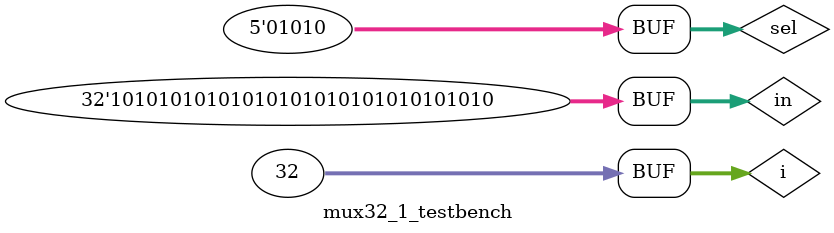
<source format=sv>
`timescale 1ps / 1ps
module mux32_1(in, sel, out);
	input logic [31:0] in; 
	input logic [4:0] sel;
	output logic out;
	
	logic m0_out, m1_out;
	
	mux16_1 m0 (.in(in[15:0]), .sel(sel[3:0]), .out(m0_out));
	mux16_1 m1 (.in(in[31:16]), .sel(sel[3:0]), .out(m1_out));
	mux2_1 m  (.i0(m0_out), .i1(m1_out), .sel(sel[4]), .out(out));
	
endmodule

 
module mux32_1_testbench();
	logic [31:0] in; 
	logic [4:0] sel;	
	logic out;
	
	mux32_1 dut (.in, .sel, .out);
	
	integer i;
	
	initial begin
		for(i=0; i<32; i++) begin
			sel = i;
			in = 32'b0;
			in[i] = 1'b1;		#750;		
		end
		
		in = 32'b1010_1010_1010_1010_1010_1010_1010_1010;
		
		for(i=0; i<32; i++) begin
			sel = i; 			#750;	
		end
		
		sel = 5'b10110; #750;
		 
		sel = 5'b01101; #750;
		
		sel = 5'b00011; #750;
		 
		sel = 5'b11100; #750;
		
		sel = 5'b01010; #750;
		
	end
endmodule
</source>
